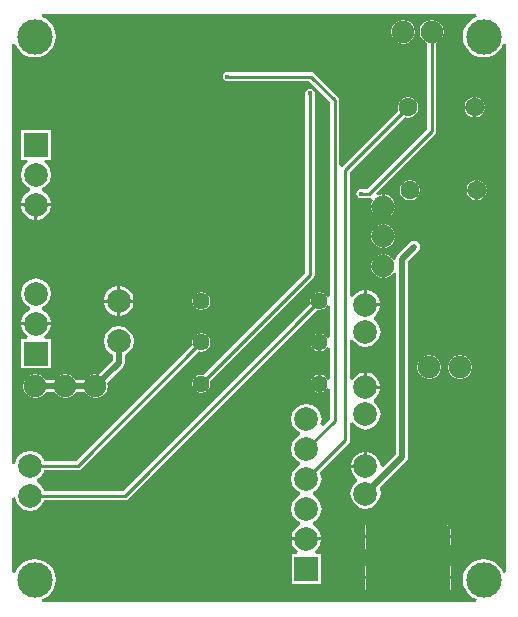
<source format=gbl>
G04*
G04 #@! TF.GenerationSoftware,Altium Limited,Altium Designer,19.0.4 (130)*
G04*
G04 Layer_Physical_Order=2*
G04 Layer_Color=16711680*
%FSLAX25Y25*%
%MOIN*%
G70*
G01*
G75*
%ADD11C,0.01000*%
%ADD29C,0.01968*%
%ADD31C,0.07480*%
G04:AMPARAMS|DCode=32|XSize=78.74mil|YSize=47.24mil|CornerRadius=0mil|HoleSize=0mil|Usage=FLASHONLY|Rotation=270.000|XOffset=0mil|YOffset=0mil|HoleType=Round|Shape=RoundedRectangle|*
%AMROUNDEDRECTD32*
21,1,0.07874,0.04724,0,0,270.0*
21,1,0.07874,0.04724,0,0,270.0*
1,1,0.00000,-0.02362,-0.03937*
1,1,0.00000,-0.02362,0.03937*
1,1,0.00000,0.02362,0.03937*
1,1,0.00000,0.02362,-0.03937*
%
%ADD32ROUNDEDRECTD32*%
G04:AMPARAMS|DCode=33|XSize=78.74mil|YSize=47.24mil|CornerRadius=11.81mil|HoleSize=0mil|Usage=FLASHONLY|Rotation=270.000|XOffset=0mil|YOffset=0mil|HoleType=Round|Shape=RoundedRectangle|*
%AMROUNDEDRECTD33*
21,1,0.07874,0.02362,0,0,270.0*
21,1,0.05512,0.04724,0,0,270.0*
1,1,0.02362,-0.01181,-0.02756*
1,1,0.02362,-0.01181,0.02756*
1,1,0.02362,0.01181,0.02756*
1,1,0.02362,0.01181,-0.02756*
%
%ADD33ROUNDEDRECTD33*%
%ADD34R,0.07874X0.07874*%
%ADD35C,0.07874*%
%ADD36C,0.05709*%
%ADD37C,0.06299*%
%ADD38C,0.01575*%
%ADD39C,0.11811*%
G36*
X155127Y195476D02*
X153998Y195008D01*
X152555Y193901D01*
X151448Y192459D01*
X150752Y190779D01*
X150515Y188976D01*
X150752Y187174D01*
X151448Y185494D01*
X152555Y184051D01*
X153998Y182944D01*
X155678Y182249D01*
X157480Y182011D01*
X159283Y182249D01*
X160963Y182944D01*
X162405Y184051D01*
X163512Y185494D01*
X163980Y186623D01*
X164961Y186428D01*
Y10423D01*
X163980Y10228D01*
X163512Y11357D01*
X162405Y12799D01*
X160963Y13906D01*
X159283Y14602D01*
X157480Y14839D01*
X155678Y14602D01*
X153998Y13906D01*
X152555Y12799D01*
X151448Y11357D01*
X150752Y9677D01*
X150515Y7874D01*
X150752Y6071D01*
X151448Y4391D01*
X152555Y2949D01*
X153998Y1842D01*
X155127Y1374D01*
X154931Y394D01*
X10423D01*
X10228Y1374D01*
X11357Y1842D01*
X12799Y2949D01*
X13906Y4391D01*
X14602Y6071D01*
X14839Y7874D01*
X14602Y9677D01*
X13906Y11357D01*
X12799Y12799D01*
X11357Y13906D01*
X9677Y14602D01*
X7874Y14839D01*
X6071Y14602D01*
X4391Y13906D01*
X2949Y12799D01*
X1842Y11357D01*
X1374Y10228D01*
X394Y10423D01*
Y35227D01*
X1389Y35324D01*
X1649Y34018D01*
X2740Y32386D01*
X4373Y31294D01*
X6299Y30911D01*
X8225Y31294D01*
X9859Y32386D01*
X10950Y34018D01*
X11029Y34416D01*
X37913D01*
X38499Y34532D01*
X38995Y34863D01*
X38995Y34863D01*
X38995Y34863D01*
X102035Y97904D01*
X102756Y97761D01*
X103914Y97991D01*
X104896Y98647D01*
X105388Y99383D01*
X106345Y99093D01*
Y88703D01*
X105388Y88412D01*
X104896Y89148D01*
X103914Y89804D01*
X103256Y89935D01*
Y87008D01*
Y84081D01*
X103914Y84212D01*
X104896Y84868D01*
X105388Y85603D01*
X106345Y85313D01*
Y74923D01*
X105388Y74633D01*
X104896Y75368D01*
X103914Y76025D01*
X103256Y76156D01*
Y73228D01*
Y70301D01*
X103914Y70432D01*
X104896Y71088D01*
X105388Y71824D01*
X106345Y71534D01*
Y61578D01*
X103981Y59215D01*
X103099Y59686D01*
X103459Y61496D01*
X103076Y63422D01*
X101985Y65055D01*
X100352Y66147D01*
X98425Y66530D01*
X96499Y66147D01*
X94866Y65055D01*
X93775Y63422D01*
X93392Y61496D01*
X93775Y59570D01*
X94866Y57937D01*
X96273Y56996D01*
Y55996D01*
X94866Y55055D01*
X93775Y53422D01*
X93392Y51496D01*
X93775Y49570D01*
X94866Y47937D01*
X96273Y46996D01*
Y45996D01*
X94866Y45055D01*
X93775Y43422D01*
X93392Y41496D01*
X93775Y39570D01*
X94866Y37937D01*
X96273Y36996D01*
Y35996D01*
X94866Y35055D01*
X93775Y33422D01*
X93392Y31496D01*
X93775Y29570D01*
X94866Y27937D01*
X96273Y26996D01*
Y25996D01*
X94866Y25055D01*
X93775Y23422D01*
X93491Y21996D01*
X103359D01*
X103076Y23422D01*
X101985Y25055D01*
X100577Y25996D01*
Y26996D01*
X101985Y27937D01*
X103076Y29570D01*
X103459Y31496D01*
X103076Y33422D01*
X101985Y35055D01*
X100577Y35996D01*
Y36996D01*
X101985Y37937D01*
X103076Y39570D01*
X103459Y41496D01*
X103076Y43422D01*
X102851Y43759D01*
X112499Y53407D01*
X112830Y53903D01*
X112947Y54488D01*
X112947Y54488D01*
X112947Y54488D01*
Y54488D01*
Y60111D01*
X113904Y60401D01*
X114551Y59433D01*
X116184Y58342D01*
X118110Y57958D01*
X120037Y58342D01*
X121670Y59433D01*
X122761Y61066D01*
X123144Y62992D01*
X122761Y64919D01*
X121670Y66552D01*
X120969Y67020D01*
Y68020D01*
X121670Y68488D01*
X122761Y70121D01*
X123045Y71547D01*
X118110D01*
Y72047D01*
X117610D01*
Y76982D01*
X116184Y76698D01*
X114551Y75607D01*
X113904Y74638D01*
X112947Y74928D01*
Y87670D01*
X113904Y87960D01*
X114551Y86992D01*
X116184Y85901D01*
X118110Y85517D01*
X120037Y85901D01*
X121670Y86992D01*
X122761Y88625D01*
X123144Y90551D01*
X122761Y92478D01*
X121670Y94111D01*
X120969Y94579D01*
Y95579D01*
X121670Y96047D01*
X122761Y97680D01*
X123045Y99106D01*
X118110D01*
Y99606D01*
X117610D01*
Y104541D01*
X116184Y104257D01*
X114551Y103166D01*
X113904Y102197D01*
X112947Y102487D01*
Y143855D01*
X131228Y162136D01*
X132283Y161926D01*
X133595Y162187D01*
X134707Y162930D01*
X135451Y164042D01*
X135712Y165354D01*
X135451Y166666D01*
X134707Y167778D01*
X133595Y168521D01*
X132283Y168782D01*
X130972Y168521D01*
X129859Y167778D01*
X129116Y166666D01*
X128855Y165354D01*
X129065Y164299D01*
X110336Y145570D01*
X109403Y146193D01*
Y167717D01*
X109287Y168302D01*
X108956Y168798D01*
X101081Y176672D01*
X100585Y177004D01*
X100000Y177120D01*
X72047D01*
X71462Y177004D01*
X70966Y176672D01*
X70634Y176176D01*
X70518Y175591D01*
X70634Y175005D01*
X70966Y174509D01*
X71462Y174178D01*
X72047Y174061D01*
X99366D01*
X106345Y167083D01*
Y102482D01*
X105388Y102192D01*
X104896Y102928D01*
X103914Y103584D01*
X102756Y103814D01*
X101598Y103584D01*
X100616Y102928D01*
X99960Y101946D01*
X99729Y100787D01*
X99873Y100067D01*
X37280Y37474D01*
X11029D01*
X10950Y37871D01*
X9859Y39504D01*
X8510Y40405D01*
Y41405D01*
X9859Y42307D01*
X10950Y43940D01*
X11029Y44337D01*
X22244D01*
X22829Y44453D01*
X23325Y44785D01*
X62665Y84124D01*
X63386Y83981D01*
X64544Y84212D01*
X65526Y84868D01*
X66182Y85850D01*
X66413Y87008D01*
X66182Y88166D01*
X65526Y89148D01*
X64544Y89804D01*
X63386Y90035D01*
X62228Y89804D01*
X61246Y89148D01*
X60589Y88166D01*
X60359Y87008D01*
X60502Y86287D01*
X21611Y47396D01*
X11029D01*
X10950Y47793D01*
X9859Y49426D01*
X8225Y50517D01*
X6299Y50900D01*
X4373Y50517D01*
X2740Y49426D01*
X1649Y47793D01*
X1389Y46486D01*
X394Y46585D01*
Y186428D01*
X1374Y186623D01*
X1842Y185494D01*
X2949Y184051D01*
X4391Y182944D01*
X6071Y182249D01*
X7874Y182011D01*
X9677Y182249D01*
X11357Y182944D01*
X12799Y184051D01*
X13906Y185494D01*
X14602Y187174D01*
X14839Y188976D01*
X14602Y190779D01*
X13906Y192459D01*
X12799Y193901D01*
X11357Y195008D01*
X10228Y195476D01*
X10423Y196457D01*
X154931D01*
X155127Y195476D01*
D02*
G37*
%LPC*%
G36*
X130709Y194581D02*
X129166Y194275D01*
X127859Y193401D01*
X126985Y192094D01*
X126679Y190551D01*
X126985Y189009D01*
X127859Y187701D01*
X129166Y186828D01*
X130709Y186521D01*
X132251Y186828D01*
X133558Y187701D01*
X134432Y189009D01*
X134739Y190551D01*
X134432Y192094D01*
X133558Y193401D01*
X132251Y194275D01*
X130709Y194581D01*
D02*
G37*
G36*
X155027Y168683D02*
Y165854D01*
X157856D01*
X157695Y166666D01*
X156952Y167778D01*
X155839Y168521D01*
X155027Y168683D01*
D02*
G37*
G36*
X154027D02*
X153216Y168521D01*
X152103Y167778D01*
X151360Y166666D01*
X151199Y165854D01*
X154027D01*
Y168683D01*
D02*
G37*
G36*
X157856Y164854D02*
X155027D01*
Y162026D01*
X155839Y162187D01*
X156952Y162930D01*
X157695Y164042D01*
X157856Y164854D01*
D02*
G37*
G36*
X154027D02*
X151199D01*
X151360Y164042D01*
X152103Y162930D01*
X153216Y162187D01*
X154027Y162026D01*
Y164854D01*
D02*
G37*
G36*
X155618Y141124D02*
Y138295D01*
X158447D01*
X158285Y139107D01*
X157542Y140219D01*
X156430Y140962D01*
X155618Y141124D01*
D02*
G37*
G36*
X154618D02*
X153806Y140962D01*
X152694Y140219D01*
X151951Y139107D01*
X151789Y138295D01*
X154618D01*
Y141124D01*
D02*
G37*
G36*
X158447Y137295D02*
X155618D01*
Y134467D01*
X156430Y134628D01*
X157542Y135371D01*
X158285Y136483D01*
X158447Y137295D01*
D02*
G37*
G36*
X154618D02*
X151789D01*
X151951Y136483D01*
X152694Y135371D01*
X153806Y134628D01*
X154618Y134467D01*
Y137295D01*
D02*
G37*
G36*
X132874Y141223D02*
X131562Y140962D01*
X130450Y140219D01*
X129707Y139107D01*
X129446Y137795D01*
X129707Y136483D01*
X130450Y135371D01*
X131562Y134628D01*
X132874Y134367D01*
X134186Y134628D01*
X135298Y135371D01*
X136041Y136483D01*
X136302Y137795D01*
X136041Y139107D01*
X135298Y140219D01*
X134186Y140962D01*
X132874Y141223D01*
D02*
G37*
G36*
X13205Y157850D02*
X3331D01*
Y147976D01*
X5236D01*
X5526Y147019D01*
X4708Y146473D01*
X3617Y144840D01*
X3234Y142913D01*
X3617Y140987D01*
X4708Y139354D01*
X6116Y138413D01*
Y137413D01*
X4708Y136473D01*
X3617Y134840D01*
X3333Y133413D01*
X13202D01*
X12918Y134840D01*
X11827Y136473D01*
X10419Y137413D01*
Y138413D01*
X11827Y139354D01*
X12918Y140987D01*
X13301Y142913D01*
X12918Y144840D01*
X11827Y146473D01*
X11009Y147019D01*
X11299Y147976D01*
X13205D01*
Y157850D01*
D02*
G37*
G36*
X124516Y136372D02*
Y132941D01*
X127946D01*
X127739Y133983D01*
X126865Y135291D01*
X125558Y136164D01*
X124516Y136372D01*
D02*
G37*
G36*
X140157Y194581D02*
X138615Y194275D01*
X137308Y193401D01*
X136434Y192094D01*
X136127Y190551D01*
X136434Y189009D01*
X137308Y187701D01*
X138615Y186828D01*
X138628Y186825D01*
Y158114D01*
X118658Y138144D01*
X116535D01*
X115950Y138027D01*
X115454Y137696D01*
X115122Y137199D01*
X115006Y136614D01*
X115122Y136029D01*
X115454Y135533D01*
X115950Y135201D01*
X116535Y135085D01*
X119291D01*
X119877Y135201D01*
X119967Y135261D01*
X120674Y134554D01*
X120292Y133983D01*
X120085Y132941D01*
X123516D01*
Y136372D01*
X122474Y136164D01*
X122288Y136040D01*
X121653Y136813D01*
X141239Y156399D01*
X141570Y156895D01*
X141687Y157480D01*
Y186825D01*
X141700Y186828D01*
X143007Y187701D01*
X143881Y189009D01*
X144188Y190551D01*
X143881Y192094D01*
X143007Y193401D01*
X141700Y194275D01*
X140157Y194581D01*
D02*
G37*
G36*
X127946Y131941D02*
X124516D01*
Y128510D01*
X125558Y128718D01*
X126865Y129591D01*
X127739Y130899D01*
X127946Y131941D01*
D02*
G37*
G36*
X123516D02*
X120085D01*
X120292Y130899D01*
X121166Y129591D01*
X122474Y128718D01*
X123516Y128510D01*
Y131941D01*
D02*
G37*
G36*
X13202Y132413D02*
X8768D01*
Y127979D01*
X10194Y128263D01*
X11827Y129354D01*
X12918Y130987D01*
X13202Y132413D01*
D02*
G37*
G36*
X7768D02*
X3333D01*
X3617Y130987D01*
X4708Y129354D01*
X6341Y128263D01*
X7768Y127979D01*
Y132413D01*
D02*
G37*
G36*
X124516Y126372D02*
Y122941D01*
X127946D01*
X127739Y123983D01*
X126865Y125291D01*
X125558Y126164D01*
X124516Y126372D01*
D02*
G37*
G36*
X123516D02*
X122474Y126164D01*
X121166Y125291D01*
X120292Y123983D01*
X120085Y122941D01*
X123516D01*
Y126372D01*
D02*
G37*
G36*
X127946Y121941D02*
X124516D01*
Y118510D01*
X125558Y118718D01*
X126865Y119591D01*
X127739Y120899D01*
X127946Y121941D01*
D02*
G37*
G36*
X123516D02*
X120085D01*
X120292Y120899D01*
X121166Y119591D01*
X122474Y118718D01*
X123516Y118510D01*
Y121941D01*
D02*
G37*
G36*
X134252Y120921D02*
X133478Y120767D01*
X132821Y120328D01*
X128884Y116391D01*
X128446Y115735D01*
X128292Y114961D01*
Y114878D01*
X127335Y114588D01*
X126865Y115291D01*
X125558Y116164D01*
X124516Y116372D01*
Y112441D01*
Y108510D01*
X125558Y108718D01*
X126865Y109591D01*
X127335Y110294D01*
X128292Y110003D01*
Y49657D01*
X124086Y45452D01*
X123129Y45742D01*
X122761Y47596D01*
X121670Y49229D01*
X120037Y50320D01*
X118610Y50604D01*
Y45669D01*
X118110D01*
Y45169D01*
X113176D01*
X113460Y43743D01*
X114551Y42110D01*
X115252Y41642D01*
Y40642D01*
X114551Y40174D01*
X113460Y38541D01*
X113076Y36614D01*
X113460Y34688D01*
X114551Y33055D01*
X116184Y31964D01*
X118110Y31580D01*
X120037Y31964D01*
X121670Y33055D01*
X122761Y34688D01*
X123144Y36614D01*
X122784Y38426D01*
X131746Y47388D01*
X132184Y48045D01*
X132338Y48819D01*
X132338Y48819D01*
X132338Y48819D01*
Y48819D01*
Y114123D01*
X135682Y117467D01*
X136121Y118123D01*
X136275Y118898D01*
X136121Y119672D01*
X135682Y120328D01*
X135026Y120767D01*
X134252Y120921D01*
D02*
G37*
G36*
X123516Y116372D02*
X122474Y116164D01*
X121166Y115291D01*
X120292Y113983D01*
X120085Y112941D01*
X123516D01*
Y116372D01*
D02*
G37*
G36*
Y111941D02*
X120085D01*
X120292Y110899D01*
X121166Y109591D01*
X122474Y108718D01*
X123516Y108510D01*
Y111941D01*
D02*
G37*
G36*
X36327Y105722D02*
Y101287D01*
X40761D01*
X40477Y102714D01*
X39386Y104347D01*
X37753Y105438D01*
X36327Y105722D01*
D02*
G37*
G36*
X35327D02*
X33900Y105438D01*
X32267Y104347D01*
X31176Y102714D01*
X30893Y101287D01*
X35327D01*
Y105722D01*
D02*
G37*
G36*
X118610Y104541D02*
Y100106D01*
X123045D01*
X122761Y101533D01*
X121670Y103166D01*
X120037Y104257D01*
X118610Y104541D01*
D02*
G37*
G36*
X63386Y103814D02*
X62228Y103584D01*
X61246Y102928D01*
X60589Y101946D01*
X60359Y100787D01*
X60589Y99629D01*
X61246Y98647D01*
X62228Y97991D01*
X63386Y97761D01*
X64544Y97991D01*
X65526Y98647D01*
X66182Y99629D01*
X66413Y100787D01*
X66182Y101946D01*
X65526Y102928D01*
X64544Y103584D01*
X63386Y103814D01*
D02*
G37*
G36*
X40761Y100287D02*
X36327D01*
Y95853D01*
X37753Y96137D01*
X39386Y97228D01*
X40477Y98861D01*
X40761Y100287D01*
D02*
G37*
G36*
X35327D02*
X30893D01*
X31176Y98861D01*
X32267Y97228D01*
X33900Y96137D01*
X35327Y95853D01*
Y100287D01*
D02*
G37*
G36*
X8268Y108341D02*
X6341Y107958D01*
X4708Y106867D01*
X3617Y105233D01*
X3234Y103307D01*
X3617Y101381D01*
X4708Y99748D01*
X6116Y98807D01*
Y97807D01*
X4708Y96867D01*
X3617Y95233D01*
X3333Y93807D01*
X13202D01*
X12918Y95233D01*
X11827Y96867D01*
X10419Y97807D01*
Y98807D01*
X11827Y99748D01*
X12918Y101381D01*
X13301Y103307D01*
X12918Y105233D01*
X11827Y106867D01*
X10194Y107958D01*
X8268Y108341D01*
D02*
G37*
G36*
X102256Y89935D02*
X101598Y89804D01*
X100616Y89148D01*
X99960Y88166D01*
X99829Y87508D01*
X102256D01*
Y89935D01*
D02*
G37*
G36*
Y86508D02*
X99829D01*
X99960Y85850D01*
X100616Y84868D01*
X101598Y84212D01*
X102256Y84081D01*
Y86508D01*
D02*
G37*
G36*
X13202Y92807D02*
X3333D01*
X3617Y91381D01*
X4708Y89748D01*
X5526Y89201D01*
X5236Y88244D01*
X3331D01*
Y78370D01*
X13205D01*
Y88244D01*
X11299D01*
X11009Y89201D01*
X11827Y89748D01*
X12918Y91381D01*
X13202Y92807D01*
D02*
G37*
G36*
X35827Y92435D02*
X33900Y92052D01*
X32267Y90961D01*
X31176Y89328D01*
X30793Y87402D01*
X31176Y85475D01*
X32267Y83842D01*
X33804Y82816D01*
Y80996D01*
X29085Y76277D01*
X28110Y76471D01*
X26568Y76164D01*
X25260Y75291D01*
X24708Y74464D01*
X21512D01*
X20960Y75291D01*
X19652Y76164D01*
X18110Y76471D01*
X16568Y76164D01*
X15260Y75291D01*
X14708Y74464D01*
X11512D01*
X10960Y75291D01*
X9652Y76164D01*
X8110Y76471D01*
X6568Y76164D01*
X5260Y75291D01*
X4387Y73983D01*
X4080Y72441D01*
X4387Y70899D01*
X5260Y69591D01*
X6568Y68717D01*
X8110Y68411D01*
X9652Y68717D01*
X10960Y69591D01*
X11512Y70418D01*
X14708D01*
X15260Y69591D01*
X16568Y68717D01*
X18110Y68411D01*
X19652Y68717D01*
X20960Y69591D01*
X21512Y70418D01*
X24708D01*
X25260Y69591D01*
X26568Y68717D01*
X28110Y68411D01*
X29653Y68717D01*
X30960Y69591D01*
X31834Y70899D01*
X32140Y72441D01*
X31947Y73416D01*
X37257Y78727D01*
X37696Y79383D01*
X37850Y80158D01*
Y82816D01*
X39386Y83842D01*
X40477Y85475D01*
X40861Y87402D01*
X40477Y89328D01*
X39386Y90961D01*
X37753Y92052D01*
X35827Y92435D01*
D02*
G37*
G36*
X99606Y171608D02*
X99021Y171492D01*
X98525Y171160D01*
X98193Y170664D01*
X98077Y170079D01*
Y110082D01*
X64106Y76112D01*
X63386Y76255D01*
X62228Y76025D01*
X61246Y75368D01*
X60589Y74387D01*
X60359Y73228D01*
X60589Y72070D01*
X61246Y71088D01*
X62228Y70432D01*
X63386Y70202D01*
X64544Y70432D01*
X65526Y71088D01*
X66182Y72070D01*
X66413Y73228D01*
X66269Y73949D01*
X100688Y108367D01*
X101019Y108864D01*
X101039Y108961D01*
X101136Y109449D01*
Y170079D01*
X101019Y170664D01*
X100688Y171160D01*
X100192Y171492D01*
X99606Y171608D01*
D02*
G37*
G36*
X149606Y82770D02*
X148064Y82464D01*
X146756Y81590D01*
X145883Y80282D01*
X145576Y78740D01*
X145883Y77198D01*
X146756Y75890D01*
X148064Y75017D01*
X149606Y74710D01*
X151149Y75017D01*
X152456Y75890D01*
X153330Y77198D01*
X153637Y78740D01*
X153330Y80282D01*
X152456Y81590D01*
X151149Y82464D01*
X149606Y82770D01*
D02*
G37*
G36*
X139370D02*
X137828Y82464D01*
X136520Y81590D01*
X135647Y80282D01*
X135340Y78740D01*
X135647Y77198D01*
X136520Y75890D01*
X137828Y75017D01*
X139370Y74710D01*
X140912Y75017D01*
X142220Y75890D01*
X143094Y77198D01*
X143400Y78740D01*
X143094Y80282D01*
X142220Y81590D01*
X140912Y82464D01*
X139370Y82770D01*
D02*
G37*
G36*
X102256Y76156D02*
X101598Y76025D01*
X100616Y75368D01*
X99960Y74387D01*
X99829Y73728D01*
X102256D01*
Y76156D01*
D02*
G37*
G36*
X118610Y76982D02*
Y72547D01*
X123045D01*
X122761Y73974D01*
X121670Y75607D01*
X120037Y76698D01*
X118610Y76982D01*
D02*
G37*
G36*
X102256Y72728D02*
X99829D01*
X99960Y72070D01*
X100616Y71088D01*
X101598Y70432D01*
X102256Y70301D01*
Y72728D01*
D02*
G37*
G36*
X117610Y50604D02*
X116184Y50320D01*
X114551Y49229D01*
X113460Y47596D01*
X113176Y46169D01*
X117610D01*
Y50604D01*
D02*
G37*
G36*
X144783Y26206D02*
X144595D01*
Y22720D01*
X146505D01*
Y24484D01*
X146374Y25143D01*
X146001Y25702D01*
X145442Y26075D01*
X144783Y26206D01*
D02*
G37*
G36*
X143595D02*
X143405D01*
X142746Y26075D01*
X142188Y25702D01*
X141814Y25143D01*
X141683Y24484D01*
Y22720D01*
X143595D01*
Y26206D01*
D02*
G37*
G36*
X118126Y26173D02*
X116248D01*
Y22720D01*
X118126D01*
Y26173D01*
D02*
G37*
G36*
X115248D02*
X113370D01*
Y22720D01*
X115248D01*
Y26173D01*
D02*
G37*
G36*
X118126Y21721D02*
X116248D01*
Y18268D01*
X118126D01*
Y21721D01*
D02*
G37*
G36*
X115248D02*
X113370D01*
Y18268D01*
X115248D01*
Y21721D01*
D02*
G37*
G36*
X146505D02*
X144595D01*
Y18235D01*
X144783D01*
X145442Y18366D01*
X146001Y18739D01*
X146374Y19298D01*
X146505Y19957D01*
Y21721D01*
D02*
G37*
G36*
X143595D02*
X141683D01*
Y19957D01*
X141814Y19298D01*
X142188Y18739D01*
X142746Y18366D01*
X143405Y18235D01*
X143595D01*
Y21721D01*
D02*
G37*
G36*
X146472Y12512D02*
X144595D01*
Y9059D01*
X146472D01*
Y12512D01*
D02*
G37*
G36*
X143595D02*
X141717D01*
Y9059D01*
X143595D01*
Y12512D01*
D02*
G37*
G36*
X118126D02*
X116248D01*
Y9059D01*
X118126D01*
Y12512D01*
D02*
G37*
G36*
X115248D02*
X113370D01*
Y9059D01*
X115248D01*
Y12512D01*
D02*
G37*
G36*
X103359Y20996D02*
X93491D01*
X93775Y19570D01*
X94866Y17937D01*
X95684Y17390D01*
X95394Y16433D01*
X93488D01*
Y6559D01*
X103362D01*
Y16433D01*
X101457D01*
X101166Y17390D01*
X101985Y17937D01*
X103076Y19570D01*
X103359Y20996D01*
D02*
G37*
G36*
X146472Y8059D02*
X144595D01*
Y4606D01*
X146472D01*
Y8059D01*
D02*
G37*
G36*
X143595D02*
X141717D01*
Y4606D01*
X143595D01*
Y8059D01*
D02*
G37*
G36*
X118126D02*
X116248D01*
Y4606D01*
X118126D01*
Y8059D01*
D02*
G37*
G36*
X115248D02*
X113370D01*
Y4606D01*
X115248D01*
Y8059D01*
D02*
G37*
%LPD*%
D11*
X140157Y157480D02*
Y190551D01*
X119291Y136614D02*
X140157Y157480D01*
X116535Y136614D02*
X119291D01*
X100000Y175591D02*
X107874Y167717D01*
Y60945D02*
Y167717D01*
X98425Y51496D02*
X107874Y60945D01*
X111417Y144488D02*
X132283Y165354D01*
X111417Y54488D02*
Y144488D01*
X98425Y41496D02*
X111417Y54488D01*
X22244Y45866D02*
X63386Y87008D01*
X6299Y45866D02*
X22244D01*
X63386Y73228D02*
X99606Y109449D01*
X37913Y35945D02*
X102756Y100787D01*
X72047Y175591D02*
X100000D01*
X99606Y109449D02*
Y170079D01*
X6299Y35945D02*
X37913D01*
D29*
X35827Y80158D02*
Y87402D01*
X28110Y72441D02*
X35827Y80158D01*
X8110Y72441D02*
X18110D01*
X28110D01*
X118110Y36614D02*
X130315Y48819D01*
Y114961D01*
X134252Y118898D01*
D31*
X140157Y190551D02*
D03*
X130709D02*
D03*
X149606Y78740D02*
D03*
X139370D02*
D03*
X124016Y132283D02*
D03*
Y122441D02*
D03*
Y112441D02*
D03*
X28110Y72441D02*
D03*
X18110D02*
D03*
X8110D02*
D03*
D32*
X115748Y22220D02*
D03*
X144095Y8559D02*
D03*
X115748D02*
D03*
D33*
X144095Y22220D02*
D03*
D34*
X98425Y11496D02*
D03*
X8268Y83307D02*
D03*
Y152913D02*
D03*
D35*
X98425Y21496D02*
D03*
Y31496D02*
D03*
Y41496D02*
D03*
Y51496D02*
D03*
Y61496D02*
D03*
X8268Y103307D02*
D03*
Y93307D02*
D03*
Y132913D02*
D03*
Y142913D02*
D03*
X35827Y87402D02*
D03*
Y100787D02*
D03*
X118110Y45669D02*
D03*
Y36614D02*
D03*
Y62992D02*
D03*
Y72047D02*
D03*
Y99606D02*
D03*
Y90551D02*
D03*
X6299Y45866D02*
D03*
Y35945D02*
D03*
D36*
X102756Y100787D02*
D03*
X63386D02*
D03*
X102756Y73228D02*
D03*
X63386D02*
D03*
X102756Y87008D02*
D03*
X63386D02*
D03*
D37*
X132874Y137795D02*
D03*
X155118D02*
D03*
X154527Y165354D02*
D03*
X132283D02*
D03*
D38*
X134252Y118898D02*
D03*
X116535Y136614D02*
D03*
X99606Y170079D02*
D03*
X72047Y175591D02*
D03*
D39*
X7874Y188976D02*
D03*
X157480Y7874D02*
D03*
Y188976D02*
D03*
X7874Y7874D02*
D03*
M02*

</source>
